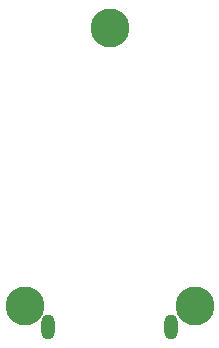
<source format=gbr>
%TF.GenerationSoftware,KiCad,Pcbnew,7.0.9*%
%TF.CreationDate,2023-12-16T11:51:24+08:00*%
%TF.ProjectId,iPico,69506963-6f2e-46b6-9963-61645f706362,rev?*%
%TF.SameCoordinates,Original*%
%TF.FileFunction,Soldermask,Bot*%
%TF.FilePolarity,Negative*%
%FSLAX46Y46*%
G04 Gerber Fmt 4.6, Leading zero omitted, Abs format (unit mm)*
G04 Created by KiCad (PCBNEW 7.0.9) date 2023-12-16 11:51:24*
%MOMM*%
%LPD*%
G01*
G04 APERTURE LIST*
%ADD10C,3.300000*%
%ADD11O,1.140000X2.130000*%
G04 APERTURE END LIST*
D10*
%TO.C,H3*%
X92800000Y-110300000D03*
%TD*%
%TO.C,H1*%
X100000000Y-86700000D03*
%TD*%
D11*
%TO.C,J1*%
X94775000Y-112050000D03*
X105225000Y-112050000D03*
%TD*%
D10*
%TO.C,H2*%
X107200000Y-110300000D03*
%TD*%
M02*

</source>
